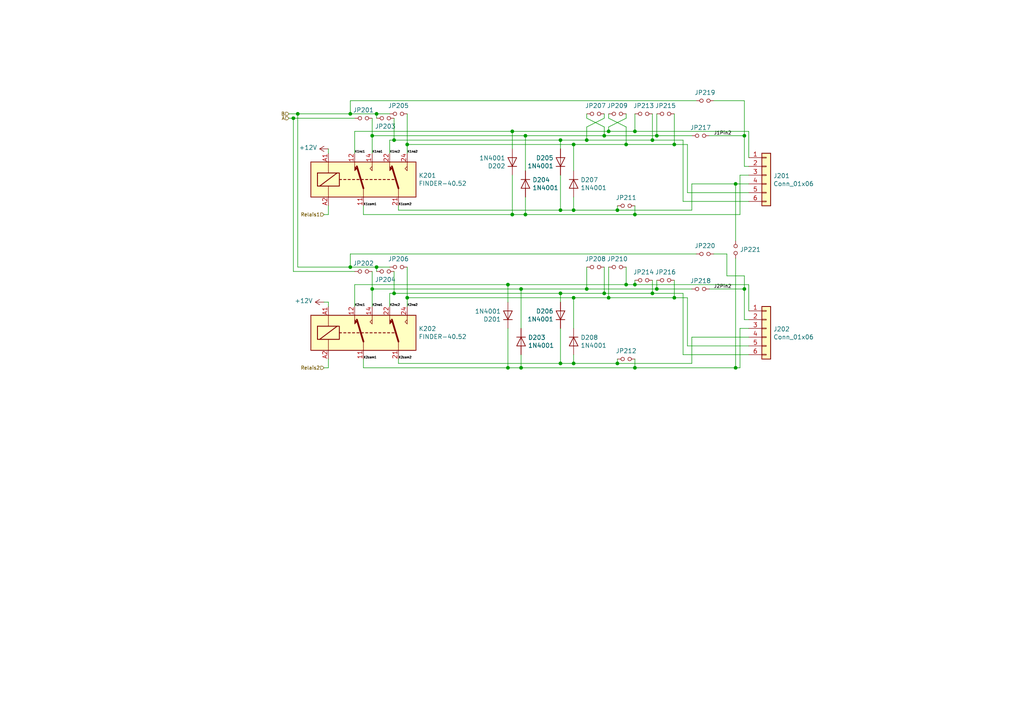
<source format=kicad_sch>
(kicad_sch (version 20211123) (generator eeschema)
  (paper "A4")
  (lib_symbols
    (symbol "Connector_Generic:Conn_01x06" (pin_names (offset 1.016) hide)
      (property "Reference" "J" (at 0 7.62 0))
      (property "Value" "Connector_Generic_Conn_01x06" (at 0 -10.16 0))
      (symbol "Conn_01x06_1_1"
        (rectangle (start -1.27 -7.493) (end 0 -7.747) (stroke (width 0.1524)))
        (rectangle (start -1.27 -4.953) (end 0 -5.207) (stroke (width 0.1524)))
        (rectangle (start -1.27 -2.413) (end 0 -2.667) (stroke (width 0.1524)))
        (rectangle (start -1.27 0.127) (end 0 -0.127) (stroke (width 0.1524)))
        (rectangle (start -1.27 2.667) (end 0 2.413) (stroke (width 0.1524)))
        (rectangle (start -1.27 5.207) (end 0 4.953) (stroke (width 0.1524)))
        (rectangle (start -1.27 6.35) (end 1.27 -8.89) (stroke (width 0.254)) (fill (type background)))
        (pin passive line (at -5.08 5.08 0) (length 3.81) (name "Pin_1") (number "1"))
        (pin passive line (at -5.08 2.54 0) (length 3.81) (name "Pin_2") (number "2"))
        (pin passive line (at -5.08 0 0) (length 3.81) (name "Pin_3") (number "3"))
        (pin passive line (at -5.08 -2.54 0) (length 3.81) (name "Pin_4") (number "4"))
        (pin passive line (at -5.08 -5.08 0) (length 3.81) (name "Pin_5") (number "5"))
        (pin passive line (at -5.08 -7.62 0) (length 3.81) (name "Pin_6") (number "6"))
      )
    )
    (symbol "Device:Jumper_NO_Small" (pin_numbers hide) (pin_names (offset 0.762) hide)
      (property "Reference" "JP" (at 0 2.032 0))
      (property "Value" "Device_Jumper_NO_Small" (at 0.254 -1.524 0))
      (symbol "Jumper_NO_Small_0_1"
        (circle (center -1.016 0) (radius 0.508))
        (circle (center 1.016 0) (radius 0.508))
        (pin passive line (at -2.54 0 0) (length 1.016) (name "1") (number "1"))
        (pin passive line (at 2.54 0 180) (length 1.016) (name "2") (number "2"))
      )
    )
    (symbol "Diode:1N4001" (pin_numbers hide) (pin_names (offset 1.016) hide)
      (property "Reference" "D" (at 0 2.54 0))
      (property "Value" "Diode_1N4001" (at 0 -2.54 0))
      (symbol "1N4001_0_1"
        (polyline (pts (xy -1.27 1.27) (xy -1.27 -1.27)) (stroke (width 0.2032)))
        (polyline (pts (xy 1.27 0) (xy -1.27 0)))
        (polyline (pts (xy 1.27 1.27) (xy 1.27 -1.27) (xy -1.27 0) (xy 1.27 1.27)) (stroke (width 0.2032)))
      )
      (symbol "1N4001_1_1"
        (pin passive line (at -3.81 0 0) (length 2.54) (name "K") (number "1"))
        (pin passive line (at 3.81 0 180) (length 2.54) (name "A") (number "2"))
      )
    )
    (symbol "Relay:FINDER-40.52"
      (property "Reference" "K" (at 16.51 3.81 0))
      (property "Value" "Relay_FINDER-40.52" (at 16.51 1.27 0))
      (symbol "FINDER-40.52_0_1"
        (rectangle (start -15.24 5.08) (end 15.24 -5.08) (stroke (width 0.254)) (fill (type background)))
        (rectangle (start -13.335 1.905) (end -6.985 -1.905) (stroke (width 0.254)))
        (polyline (pts (xy -12.7 -1.905) (xy -7.62 1.905)) (stroke (width 0.254)))
        (polyline (pts (xy -10.16 -5.08) (xy -10.16 -1.905)))
        (polyline (pts (xy -10.16 5.08) (xy -10.16 1.905)))
        (polyline (pts (xy -6.985 0) (xy -6.35 0)) (stroke (width 0.254)))
        (polyline (pts (xy -5.715 0) (xy -5.08 0)) (stroke (width 0.254)))
        (polyline (pts (xy -4.445 0) (xy -3.81 0)) (stroke (width 0.254)))
        (polyline (pts (xy -3.175 0) (xy -2.54 0)) (stroke (width 0.254)))
        (polyline (pts (xy -1.905 0) (xy -1.27 0)) (stroke (width 0.254)))
        (polyline (pts (xy -0.635 0) (xy 0 0)) (stroke (width 0.254)))
        (polyline (pts (xy 0 -2.54) (xy -1.905 3.81)) (stroke (width 0.508)))
        (polyline (pts (xy 0 -2.54) (xy 0 -5.08)))
        (polyline (pts (xy 0.635 0) (xy 1.27 0)) (stroke (width 0.254)))
        (polyline (pts (xy 1.905 0) (xy 2.54 0)) (stroke (width 0.254)))
        (polyline (pts (xy 3.175 0) (xy 3.81 0)) (stroke (width 0.254)))
        (polyline (pts (xy 4.445 0) (xy 5.08 0)) (stroke (width 0.254)))
        (polyline (pts (xy 5.715 0) (xy 6.35 0)) (stroke (width 0.254)))
        (polyline (pts (xy 6.985 0) (xy 7.62 0)) (stroke (width 0.254)))
        (polyline (pts (xy 8.255 0) (xy 8.89 0)) (stroke (width 0.254)))
        (polyline (pts (xy 10.16 -2.54) (xy 8.255 3.81)) (stroke (width 0.508)))
        (polyline (pts (xy 10.16 -2.54) (xy 10.16 -5.08)))
        (polyline (pts (xy -2.54 5.08) (xy -2.54 2.54) (xy -1.905 3.175) (xy -2.54 3.81)) (fill (type outline)))
        (polyline (pts (xy 2.54 5.08) (xy 2.54 2.54) (xy 1.905 3.175) (xy 2.54 3.81)))
        (polyline (pts (xy 7.62 5.08) (xy 7.62 2.54) (xy 8.255 3.175) (xy 7.62 3.81)) (fill (type outline)))
        (polyline (pts (xy 12.7 5.08) (xy 12.7 2.54) (xy 12.065 3.175) (xy 12.7 3.81)))
      )
      (symbol "FINDER-40.52_1_1"
        (pin passive line (at 0 -7.62 90) (length 2.54) (name "~") (number "11"))
        (pin passive line (at -2.54 7.62 270) (length 2.54) (name "~") (number "12"))
        (pin passive line (at 2.54 7.62 270) (length 2.54) (name "~") (number "14"))
        (pin passive line (at 10.16 -7.62 90) (length 2.54) (name "~") (number "21"))
        (pin passive line (at 7.62 7.62 270) (length 2.54) (name "~") (number "22"))
        (pin passive line (at 12.7 7.62 270) (length 2.54) (name "~") (number "24"))
        (pin passive line (at -10.16 7.62 270) (length 2.54) (name "~") (number "A1"))
        (pin passive line (at -10.16 -7.62 90) (length 2.54) (name "~") (number "A2"))
      )
    )
    (symbol "power:+12V" (power) (pin_names (offset 0))
      (property "Value" "power_+12V" (at 0 3.556 0))
      (symbol "+12V_0_1"
        (polyline (pts (xy -0.762 1.27) (xy 0 2.54)))
        (polyline (pts (xy 0 0) (xy 0 2.54)))
        (polyline (pts (xy 0 2.54) (xy 0.762 1.27)))
      )
      (symbol "+12V_1_1"
        (pin power_in line (at 0 0 90) (length 0) hide (name "+12V") (number "1"))
      )
    )
  )
  (junction (at 184.15 62.23))
  (junction (at 107.95 83.82))
  (junction (at 166.37 60.96))
  (junction (at 152.4 39.37))
  (junction (at 162.56 85.09))
  (junction (at 166.37 105.41))
  (junction (at 190.5 83.82))
  (junction (at 162.56 105.41))
  (junction (at 213.36 106.68))
  (junction (at 176.53 86.36))
  (junction (at 179.07 105.41))
  (junction (at 118.11 41.91))
  (junction (at 101.6 33.02))
  (junction (at 86.36 33.02))
  (junction (at 148.59 62.23))
  (junction (at 109.22 77.47))
  (junction (at 215.9 39.37))
  (junction (at 147.32 82.55))
  (junction (at 184.15 82.55))
  (junction (at 184.15 106.68))
  (junction (at 148.59 38.1))
  (junction (at 195.58 41.91))
  (junction (at 189.23 85.09))
  (junction (at 162.56 60.96))
  (junction (at 101.6 77.47))
  (junction (at 195.58 86.36))
  (junction (at 152.4 62.23))
  (junction (at 175.26 39.37))
  (junction (at 170.18 40.64))
  (junction (at 114.3 40.64))
  (junction (at 176.53 38.1))
  (junction (at 166.37 41.91))
  (junction (at 190.5 39.37))
  (junction (at 85.09 34.29))
  (junction (at 184.15 38.1))
  (junction (at 215.9 83.82))
  (junction (at 118.11 86.36))
  (junction (at 170.18 83.82))
  (junction (at 175.26 85.09))
  (junction (at 189.23 40.64))
  (junction (at 166.37 86.36))
  (junction (at 213.36 53.34))
  (junction (at 162.56 40.64))
  (junction (at 181.61 82.55))
  (junction (at 179.07 60.96))
  (junction (at 151.13 106.68))
  (junction (at 107.95 39.37))
  (junction (at 114.3 85.09))
  (junction (at 181.61 41.91))
  (junction (at 109.22 33.02))
  (junction (at 147.32 106.68))
  (junction (at 151.13 83.82))
  (wire (pts (xy 205.74 83.82) (xy 215.9 83.82)))
  (wire (pts (xy 95.25 44.45) (xy 95.25 43.18)))
  (wire (pts (xy 217.17 90.17) (xy 217.17 82.55)))
  (wire (pts (xy 176.53 38.1) (xy 176.53 36.83)))
  (wire (pts (xy 113.03 40.64) (xy 114.3 40.64)))
  (wire (pts (xy 162.56 87.63) (xy 162.56 85.09)))
  (wire (pts (xy 170.18 40.64) (xy 170.18 36.83)))
  (wire (pts (xy 114.3 40.64) (xy 162.56 40.64)))
  (wire (pts (xy 152.4 57.15) (xy 152.4 62.23)))
  (wire (pts (xy 217.17 97.79) (xy 200.66 97.79)))
  (wire (pts (xy 107.95 83.82) (xy 151.13 83.82)))
  (wire (pts (xy 85.09 78.74) (xy 102.87 78.74)))
  (wire (pts (xy 109.22 34.29) (xy 109.22 33.02)))
  (wire (pts (xy 151.13 106.68) (xy 184.15 106.68)))
  (wire (pts (xy 148.59 62.23) (xy 152.4 62.23)))
  (wire (pts (xy 195.58 41.91) (xy 199.39 41.91)))
  (wire (pts (xy 152.4 49.53) (xy 152.4 39.37)))
  (wire (pts (xy 217.17 92.71) (xy 215.9 92.71)))
  (wire (pts (xy 181.61 41.91) (xy 195.58 41.91)))
  (wire (pts (xy 152.4 39.37) (xy 175.26 39.37)))
  (wire (pts (xy 162.56 40.64) (xy 170.18 40.64)))
  (wire (pts (xy 181.61 82.55) (xy 184.15 82.55)))
  (wire (pts (xy 179.07 105.41) (xy 200.66 105.41)))
  (wire (pts (xy 105.41 62.23) (xy 148.59 62.23)))
  (wire (pts (xy 198.12 102.87) (xy 217.17 102.87)))
  (wire (pts (xy 200.66 53.34) (xy 213.36 53.34)))
  (wire (pts (xy 118.11 86.36) (xy 118.11 77.47)))
  (wire (pts (xy 170.18 36.83) (xy 175.26 34.29)))
  (wire (pts (xy 114.3 78.74) (xy 114.3 85.09)))
  (wire (pts (xy 181.61 36.83) (xy 176.53 34.29)))
  (wire (pts (xy 162.56 85.09) (xy 175.26 85.09)))
  (wire (pts (xy 83.82 34.29) (xy 85.09 34.29)))
  (wire (pts (xy 162.56 50.8) (xy 162.56 60.96)))
  (wire (pts (xy 166.37 41.91) (xy 181.61 41.91)))
  (wire (pts (xy 109.22 33.02) (xy 113.03 33.02)))
  (wire (pts (xy 107.95 83.82) (xy 107.95 78.74)))
  (wire (pts (xy 184.15 106.68) (xy 213.36 106.68)))
  (wire (pts (xy 176.53 77.47) (xy 176.53 86.36)))
  (wire (pts (xy 184.15 81.28) (xy 184.15 82.55)))
  (wire (pts (xy 166.37 95.25) (xy 166.37 86.36)))
  (wire (pts (xy 195.58 86.36) (xy 199.39 86.36)))
  (wire (pts (xy 200.66 53.34) (xy 200.66 60.96)))
  (wire (pts (xy 162.56 105.41) (xy 166.37 105.41)))
  (wire (pts (xy 115.57 104.14) (xy 115.57 105.41)))
  (wire (pts (xy 115.57 105.41) (xy 162.56 105.41)))
  (wire (pts (xy 213.36 53.34) (xy 217.17 53.34)))
  (wire (pts (xy 162.56 43.18) (xy 162.56 40.64)))
  (wire (pts (xy 213.36 74.93) (xy 213.36 106.68)))
  (wire (pts (xy 184.15 62.23) (xy 214.63 62.23)))
  (wire (pts (xy 102.87 88.9) (xy 102.87 82.55)))
  (wire (pts (xy 151.13 102.87) (xy 151.13 106.68)))
  (wire (pts (xy 101.6 77.47) (xy 109.22 77.47)))
  (wire (pts (xy 199.39 55.88) (xy 199.39 41.91)))
  (wire (pts (xy 181.61 36.83) (xy 181.61 41.91)))
  (wire (pts (xy 85.09 78.74) (xy 85.09 34.29)))
  (wire (pts (xy 95.25 88.9) (xy 95.25 87.63)))
  (wire (pts (xy 217.17 100.33) (xy 199.39 100.33)))
  (wire (pts (xy 102.87 44.45) (xy 102.87 38.1)))
  (wire (pts (xy 189.23 40.64) (xy 198.12 40.64)))
  (wire (pts (xy 199.39 55.88) (xy 217.17 55.88)))
  (wire (pts (xy 85.09 34.29) (xy 102.87 34.29)))
  (wire (pts (xy 200.66 97.79) (xy 200.66 105.41)))
  (wire (pts (xy 198.12 58.42) (xy 198.12 40.64)))
  (wire (pts (xy 175.26 33.02) (xy 175.26 34.29)))
  (wire (pts (xy 215.9 80.01) (xy 210.82 80.01)))
  (wire (pts (xy 166.37 60.96) (xy 179.07 60.96)))
  (wire (pts (xy 115.57 60.96) (xy 162.56 60.96)))
  (wire (pts (xy 189.23 33.02) (xy 189.23 40.64)))
  (wire (pts (xy 118.11 33.02) (xy 118.11 41.91)))
  (wire (pts (xy 166.37 49.53) (xy 166.37 41.91)))
  (wire (pts (xy 213.36 106.68) (xy 214.63 106.68)))
  (wire (pts (xy 113.03 44.45) (xy 113.03 40.64)))
  (wire (pts (xy 176.53 38.1) (xy 184.15 38.1)))
  (wire (pts (xy 107.95 34.29) (xy 107.95 39.37)))
  (wire (pts (xy 176.53 86.36) (xy 195.58 86.36)))
  (wire (pts (xy 199.39 100.33) (xy 199.39 86.36)))
  (wire (pts (xy 95.25 62.23) (xy 93.98 62.23)))
  (wire (pts (xy 101.6 73.66) (xy 101.6 77.47)))
  (wire (pts (xy 107.95 44.45) (xy 107.95 39.37)))
  (wire (pts (xy 109.22 78.74) (xy 109.22 77.47)))
  (wire (pts (xy 215.9 83.82) (xy 215.9 80.01)))
  (wire (pts (xy 213.36 53.34) (xy 213.36 69.85)))
  (wire (pts (xy 201.93 29.21) (xy 101.6 29.21)))
  (wire (pts (xy 181.61 77.47) (xy 181.61 82.55)))
  (wire (pts (xy 198.12 85.09) (xy 198.12 102.87)))
  (wire (pts (xy 101.6 29.21) (xy 101.6 33.02)))
  (wire (pts (xy 181.61 34.29) (xy 181.61 33.02)))
  (wire (pts (xy 147.32 95.25) (xy 147.32 106.68)))
  (wire (pts (xy 189.23 85.09) (xy 198.12 85.09)))
  (wire (pts (xy 189.23 81.28) (xy 189.23 85.09)))
  (wire (pts (xy 107.95 88.9) (xy 107.95 83.82)))
  (wire (pts (xy 217.17 45.72) (xy 217.17 38.1)))
  (wire (pts (xy 101.6 33.02) (xy 109.22 33.02)))
  (wire (pts (xy 170.18 40.64) (xy 189.23 40.64)))
  (wire (pts (xy 214.63 50.8) (xy 214.63 62.23)))
  (wire (pts (xy 95.25 106.68) (xy 93.98 106.68)))
  (wire (pts (xy 184.15 59.69) (xy 184.15 62.23)))
  (wire (pts (xy 147.32 82.55) (xy 181.61 82.55)))
  (wire (pts (xy 179.07 104.14) (xy 179.07 105.41)))
  (wire (pts (xy 190.5 83.82) (xy 200.66 83.82)))
  (wire (pts (xy 102.87 82.55) (xy 147.32 82.55)))
  (wire (pts (xy 95.25 87.63) (xy 93.98 87.63)))
  (wire (pts (xy 147.32 106.68) (xy 151.13 106.68)))
  (wire (pts (xy 198.12 58.42) (xy 217.17 58.42)))
  (wire (pts (xy 184.15 38.1) (xy 217.17 38.1)))
  (wire (pts (xy 215.9 39.37) (xy 215.9 29.21)))
  (wire (pts (xy 184.15 104.14) (xy 184.15 106.68)))
  (wire (pts (xy 107.95 39.37) (xy 152.4 39.37)))
  (wire (pts (xy 148.59 50.8) (xy 148.59 62.23)))
  (wire (pts (xy 102.87 38.1) (xy 148.59 38.1)))
  (wire (pts (xy 175.26 36.83) (xy 170.18 34.29)))
  (wire (pts (xy 179.07 60.96) (xy 200.66 60.96)))
  (wire (pts (xy 113.03 88.9) (xy 113.03 85.09)))
  (wire (pts (xy 95.25 59.69) (xy 95.25 62.23)))
  (wire (pts (xy 162.56 95.25) (xy 162.56 105.41)))
  (wire (pts (xy 215.9 92.71) (xy 215.9 83.82)))
  (wire (pts (xy 113.03 85.09) (xy 114.3 85.09)))
  (wire (pts (xy 166.37 105.41) (xy 179.07 105.41)))
  (wire (pts (xy 105.41 104.14) (xy 105.41 106.68)))
  (wire (pts (xy 95.25 104.14) (xy 95.25 106.68)))
  (wire (pts (xy 184.15 33.02) (xy 184.15 38.1)))
  (wire (pts (xy 105.41 59.69) (xy 105.41 62.23)))
  (wire (pts (xy 184.15 82.55) (xy 217.17 82.55)))
  (wire (pts (xy 114.3 40.64) (xy 114.3 34.29)))
  (wire (pts (xy 195.58 33.02) (xy 195.58 41.91)))
  (wire (pts (xy 86.36 77.47) (xy 101.6 77.47)))
  (wire (pts (xy 215.9 48.26) (xy 215.9 39.37)))
  (wire (pts (xy 151.13 83.82) (xy 170.18 83.82)))
  (wire (pts (xy 201.93 73.66) (xy 101.6 73.66)))
  (wire (pts (xy 166.37 102.87) (xy 166.37 105.41)))
  (wire (pts (xy 109.22 77.47) (xy 113.03 77.47)))
  (wire (pts (xy 118.11 86.36) (xy 166.37 86.36)))
  (wire (pts (xy 83.82 33.02) (xy 86.36 33.02)))
  (wire (pts (xy 175.26 77.47) (xy 175.26 85.09)))
  (wire (pts (xy 105.41 106.68) (xy 147.32 106.68)))
  (wire (pts (xy 215.9 29.21) (xy 207.01 29.21)))
  (wire (pts (xy 151.13 95.25) (xy 151.13 83.82)))
  (wire (pts (xy 214.63 50.8) (xy 217.17 50.8)))
  (wire (pts (xy 214.63 95.25) (xy 214.63 106.68)))
  (wire (pts (xy 210.82 73.66) (xy 207.01 73.66)))
  (wire (pts (xy 147.32 87.63) (xy 147.32 82.55)))
  (wire (pts (xy 175.26 39.37) (xy 190.5 39.37)))
  (wire (pts (xy 217.17 48.26) (xy 215.9 48.26)))
  (wire (pts (xy 176.53 34.29) (xy 176.53 33.02)))
  (wire (pts (xy 170.18 33.02) (xy 170.18 34.29)))
  (wire (pts (xy 205.74 39.37) (xy 215.9 39.37)))
  (wire (pts (xy 176.53 36.83) (xy 181.61 34.29)))
  (wire (pts (xy 114.3 85.09) (xy 162.56 85.09)))
  (wire (pts (xy 179.07 59.69) (xy 179.07 60.96)))
  (wire (pts (xy 217.17 95.25) (xy 214.63 95.25)))
  (wire (pts (xy 190.5 33.02) (xy 190.5 39.37)))
  (wire (pts (xy 152.4 62.23) (xy 184.15 62.23)))
  (wire (pts (xy 148.59 43.18) (xy 148.59 38.1)))
  (wire (pts (xy 86.36 33.02) (xy 101.6 33.02)))
  (wire (pts (xy 115.57 59.69) (xy 115.57 60.96)))
  (wire (pts (xy 148.59 38.1) (xy 176.53 38.1)))
  (wire (pts (xy 118.11 88.9) (xy 118.11 86.36)))
  (wire (pts (xy 170.18 83.82) (xy 190.5 83.82)))
  (wire (pts (xy 118.11 44.45) (xy 118.11 41.91)))
  (wire (pts (xy 175.26 39.37) (xy 175.26 36.83)))
  (wire (pts (xy 162.56 60.96) (xy 166.37 60.96)))
  (wire (pts (xy 190.5 81.28) (xy 190.5 83.82)))
  (wire (pts (xy 118.11 41.91) (xy 166.37 41.91)))
  (wire (pts (xy 86.36 33.02) (xy 86.36 77.47)))
  (wire (pts (xy 166.37 57.15) (xy 166.37 60.96)))
  (wire (pts (xy 170.18 77.47) (xy 170.18 83.82)))
  (wire (pts (xy 190.5 39.37) (xy 200.66 39.37)))
  (wire (pts (xy 176.53 86.36) (xy 166.37 86.36)))
  (wire (pts (xy 175.26 85.09) (xy 189.23 85.09)))
  (wire (pts (xy 210.82 80.01) (xy 210.82 73.66)))
  (wire (pts (xy 195.58 81.28) (xy 195.58 86.36)))
  (label "K2nc1" (at 102.87 88.9 0) (effects (font (size 0.6096 0.6096))))
  (label "K2no2" (at 118.11 88.9 0) (effects (font (size 0.6096 0.6096))))
  (label "K1no2" (at 118.11 44.45 0) (effects (font (size 0.6096 0.6096))))
  (label "J1Pin2" (at 207.01 39.37 0) (effects (font (size 0.9906 0.9906))))
  (label "K1com1" (at 105.41 59.69 0) (effects (font (size 0.6096 0.6096))))
  (label "K2no1" (at 107.95 88.9 0) (effects (font (size 0.6096 0.6096))))
  (label "K2com2" (at 115.57 104.14 0) (effects (font (size 0.6096 0.6096))))
  (label "K1nc1" (at 102.87 44.45 0) (effects (font (size 0.6096 0.6096))))
  (label "K1no1" (at 107.95 44.45 0) (effects (font (size 0.6096 0.6096))))
  (label "K1nc2" (at 113.03 44.45 0) (effects (font (size 0.6096 0.6096))))
  (label "J2Pin2" (at 207.01 83.82 0) (effects (font (size 0.9906 0.9906))))
  (label "K1com2" (at 115.57 59.69 0) (effects (font (size 0.6096 0.6096))))
  (label "K2nc2" (at 113.03 88.9 0) (effects (font (size 0.6096 0.6096))))
  (label "K2com1" (at 105.41 104.14 0) (effects (font (size 0.6096 0.6096))))
  (hierarchical_label "A" (shape input) (at 83.82 34.29 180) (effects (font (size 0.9906 0.9906))))
  (hierarchical_label "Relais2" (shape input) (at 93.98 106.68 180) (effects (font (size 0.9906 0.9906))))
  (hierarchical_label "Relais1" (shape input) (at 93.98 62.23 180) (effects (font (size 0.9906 0.9906))))
  (hierarchical_label "B" (shape input) (at 83.82 33.02 180) (effects (font (size 0.9906 0.9906))))
  (symbol (lib_id "Connector_Generic:Conn_01x06") (at 222.25 50.8 0)
    (property "Reference" "J201" (at 224.282 51.0032 0) (effects (justify left)))
    (property "Value" "Conn_01x06" (at 224.282 53.3146 0) (effects (justify left)))
    (property "Footprint" "Connector_Phoenix_MC_HighVoltage:PhoenixContact_MCV_1,5_6-G-5.08_1x06_P5.08mm_Vertical" (effects hide))
  )
  (symbol (lib_id "Relay:FINDER-40.52") (at 105.41 52.07 0)
    (property "Reference" "K201" (at 121.412 50.9016 0) (effects (justify left)))
    (property "Value" "FINDER-40.52" (at 121.412 53.213 0) (effects (justify left)))
    (property "Footprint" "Relay_THT:Relay_DPDT_Finder_40.52" (effects hide))
    (property "Datasheet" "http://gfinder.findernet.com/assets/Series/353/S40EN.pdf" (effects hide))
  )
  (symbol (lib_id "Diode:1N4001") (at 166.37 53.34 270)
    (property "Reference" "D207" (at 168.3766 52.1716 90) (effects (justify left)))
    (property "Value" "1N4001" (at 168.3766 54.483 90) (effects (justify left)))
    (property "Footprint" "Diode_THT:D_DO-41_SOD81_P10.16mm_Horizontal" (effects hide))
    (property "Datasheet" "http://www.vishay.com/docs/88503/1n4001.pdf" (effects hide))
  )
  (symbol (lib_id "Diode:1N4001") (at 162.56 46.99 270) (mirror x)
    (property "Reference" "D205" (at 160.5534 45.8216 90) (effects (justify right)))
    (property "Value" "1N4001" (at 160.5534 48.133 90) (effects (justify right)))
    (property "Footprint" "Diode_THT:D_DO-41_SOD81_P10.16mm_Horizontal" (effects hide))
    (property "Datasheet" "http://www.vishay.com/docs/88503/1n4001.pdf" (effects hide))
  )
  (symbol (lib_id "Device:Jumper_NO_Small") (at 181.61 59.69 0)
    (property "Reference" "JP211" (at 181.61 57.3278 0))
    (property "Value" "Jumper_NO_Small" (effects hide))
    (property "Footprint" "TestPoint:TestPoint_2Pads_Pitch5.08mm_Drill1.3mm" (effects hide))
  )
  (symbol (lib_id "Device:Jumper_NO_Small") (at 186.69 33.02 0)
    (property "Reference" "JP213" (at 186.69 30.6578 0))
    (property "Value" "Jumper_NO_Small" (effects hide))
    (property "Footprint" "TestPoint:TestPoint_2Pads_Pitch5.08mm_Drill1.3mm" (effects hide))
  )
  (symbol (lib_id "Device:Jumper_NO_Small") (at 193.04 33.02 0)
    (property "Reference" "JP215" (at 193.04 30.6578 0))
    (property "Value" "Jumper_NO_Small" (effects hide))
    (property "Footprint" "TestPoint:TestPoint_2Pads_Pitch5.08mm_Drill1.3mm" (effects hide))
  )
  (symbol (lib_id "Diode:1N4001") (at 152.4 53.34 270)
    (property "Reference" "D204" (at 154.4066 52.1716 90) (effects (justify left)))
    (property "Value" "1N4001" (at 154.4066 54.483 90) (effects (justify left)))
    (property "Footprint" "Diode_THT:D_DO-41_SOD81_P10.16mm_Horizontal" (effects hide))
    (property "Datasheet" "http://www.vishay.com/docs/88503/1n4001.pdf" (effects hide))
  )
  (symbol (lib_id "Diode:1N4001") (at 148.59 46.99 90)
    (property "Reference" "D202" (at 146.5834 48.1584 90) (effects (justify left)))
    (property "Value" "1N4001" (at 146.5834 45.847 90) (effects (justify left)))
    (property "Footprint" "Diode_THT:D_DO-41_SOD81_P10.16mm_Horizontal" (effects hide))
    (property "Datasheet" "http://www.vishay.com/docs/88503/1n4001.pdf" (effects hide))
  )
  (symbol (lib_id "Device:Jumper_NO_Small") (at 203.2 39.37 0)
    (property "Reference" "JP217" (at 203.2 37.0078 0))
    (property "Value" "Jumper_NO_Small" (effects hide))
    (property "Footprint" "TestPoint:TestPoint_2Pads_Pitch5.08mm_Drill1.3mm" (effects hide))
  )
  (symbol (lib_id "Device:Jumper_NO_Small") (at 105.41 34.29 0)
    (property "Reference" "JP201" (at 105.41 31.9278 0))
    (property "Value" "Jumper_NO_Small" (effects hide))
    (property "Footprint" "TestPoint:TestPoint_2Pads_Pitch5.08mm_Drill1.3mm" (effects hide))
  )
  (symbol (lib_id "Device:Jumper_NO_Small") (at 115.57 33.02 0)
    (property "Reference" "JP205" (at 115.57 30.6578 0))
    (property "Value" "Jumper_NO_Small" (effects hide))
    (property "Footprint" "TestPoint:TestPoint_2Pads_Pitch5.08mm_Drill1.3mm" (effects hide))
  )
  (symbol (lib_id "Device:Jumper_NO_Small") (at 172.72 33.02 0) (mirror y)
    (property "Reference" "JP207" (at 172.72 30.6578 0))
    (property "Value" "Jumper_NO_Small" (effects hide))
    (property "Footprint" "TestPoint:TestPoint_2Pads_Pitch5.08mm_Drill1.3mm" (effects hide))
  )
  (symbol (lib_id "Device:Jumper_NO_Small") (at 179.07 33.02 0) (mirror y)
    (property "Reference" "JP209" (at 179.07 30.6578 0))
    (property "Value" "Jumper_NO_Small" (effects hide))
    (property "Footprint" "TestPoint:TestPoint_2Pads_Pitch5.08mm_Drill1.3mm" (effects hide))
  )
  (symbol (lib_id "Connector_Generic:Conn_01x06") (at 222.25 95.25 0)
    (property "Reference" "J202" (at 224.282 95.4532 0) (effects (justify left)))
    (property "Value" "Conn_01x06" (at 224.282 97.7646 0) (effects (justify left)))
    (property "Footprint" "Connector_Phoenix_MC_HighVoltage:PhoenixContact_MCV_1,5_6-G-5.08_1x06_P5.08mm_Vertical" (effects hide))
  )
  (symbol (lib_id "Diode:1N4001") (at 166.37 99.06 270)
    (property "Reference" "D208" (at 168.3766 97.8916 90) (effects (justify left)))
    (property "Value" "1N4001" (at 168.3766 100.203 90) (effects (justify left)))
    (property "Footprint" "Diode_THT:D_DO-41_SOD81_P10.16mm_Horizontal" (effects hide))
    (property "Datasheet" "http://www.vishay.com/docs/88503/1n4001.pdf" (effects hide))
  )
  (symbol (lib_id "Diode:1N4001") (at 162.56 91.44 270) (mirror x)
    (property "Reference" "D206" (at 160.5534 90.2716 90) (effects (justify right)))
    (property "Value" "1N4001" (at 160.5534 92.583 90) (effects (justify right)))
    (property "Footprint" "Diode_THT:D_DO-41_SOD81_P10.16mm_Horizontal" (effects hide))
    (property "Datasheet" "http://www.vishay.com/docs/88503/1n4001.pdf" (effects hide))
  )
  (symbol (lib_id "Device:Jumper_NO_Small") (at 181.61 104.14 0)
    (property "Reference" "JP212" (at 181.61 101.7778 0))
    (property "Value" "Jumper_NO_Small" (effects hide))
    (property "Footprint" "TestPoint:TestPoint_2Pads_Pitch5.08mm_Drill1.3mm" (effects hide))
  )
  (symbol (lib_id "Device:Jumper_NO_Small") (at 186.69 81.28 0)
    (property "Reference" "JP214" (at 186.69 78.9178 0))
    (property "Value" "Jumper_NO_Small" (effects hide))
    (property "Footprint" "TestPoint:TestPoint_2Pads_Pitch5.08mm_Drill1.3mm" (effects hide))
  )
  (symbol (lib_id "Device:Jumper_NO_Small") (at 193.04 81.28 0)
    (property "Reference" "JP216" (at 193.04 78.9178 0))
    (property "Value" "Jumper_NO_Small" (effects hide))
    (property "Footprint" "TestPoint:TestPoint_2Pads_Pitch5.08mm_Drill1.3mm" (effects hide))
  )
  (symbol (lib_id "Diode:1N4001") (at 151.13 99.06 270)
    (property "Reference" "D203" (at 153.1366 97.8916 90) (effects (justify left)))
    (property "Value" "1N4001" (at 153.1366 100.203 90) (effects (justify left)))
    (property "Footprint" "Diode_THT:D_DO-41_SOD81_P10.16mm_Horizontal" (effects hide))
    (property "Datasheet" "http://www.vishay.com/docs/88503/1n4001.pdf" (effects hide))
  )
  (symbol (lib_id "Diode:1N4001") (at 147.32 91.44 90)
    (property "Reference" "D201" (at 145.3134 92.6084 90) (effects (justify left)))
    (property "Value" "1N4001" (at 145.3134 90.297 90) (effects (justify left)))
    (property "Footprint" "Diode_THT:D_DO-41_SOD81_P10.16mm_Horizontal" (effects hide))
    (property "Datasheet" "http://www.vishay.com/docs/88503/1n4001.pdf" (effects hide))
  )
  (symbol (lib_id "Relay:FINDER-40.52") (at 105.41 96.52 0)
    (property "Reference" "K202" (at 121.412 95.3516 0) (effects (justify left)))
    (property "Value" "FINDER-40.52" (at 121.412 97.663 0) (effects (justify left)))
    (property "Footprint" "Relay_THT:Relay_DPDT_Finder_40.52" (effects hide))
    (property "Datasheet" "http://gfinder.findernet.com/assets/Series/353/S40EN.pdf" (effects hide))
  )
  (symbol (lib_id "Device:Jumper_NO_Small") (at 203.2 83.82 0)
    (property "Reference" "JP218" (at 203.2 81.4578 0))
    (property "Value" "Jumper_NO_Small" (effects hide))
    (property "Footprint" "TestPoint:TestPoint_2Pads_Pitch5.08mm_Drill1.3mm" (effects hide))
  )
  (symbol (lib_id "Device:Jumper_NO_Small") (at 105.41 78.74 0)
    (property "Reference" "JP202" (at 105.41 76.3778 0))
    (property "Value" "Jumper_NO_Small" (effects hide))
    (property "Footprint" "TestPoint:TestPoint_2Pads_Pitch5.08mm_Drill1.3mm" (effects hide))
  )
  (symbol (lib_id "Device:Jumper_NO_Small") (at 115.57 77.47 0)
    (property "Reference" "JP206" (at 115.57 75.1078 0))
    (property "Value" "Jumper_NO_Small" (effects hide))
    (property "Footprint" "TestPoint:TestPoint_2Pads_Pitch5.08mm_Drill1.3mm" (effects hide))
  )
  (symbol (lib_id "Device:Jumper_NO_Small") (at 172.72 77.47 0)
    (property "Reference" "JP208" (at 172.72 75.1078 0))
    (property "Value" "Jumper_NO_Small" (effects hide))
    (property "Footprint" "TestPoint:TestPoint_2Pads_Pitch5.08mm_Drill1.3mm" (effects hide))
  )
  (symbol (lib_id "Device:Jumper_NO_Small") (at 179.07 77.47 0)
    (property "Reference" "JP210" (at 179.07 75.1078 0))
    (property "Value" "Jumper_NO_Small" (effects hide))
    (property "Footprint" "TestPoint:TestPoint_2Pads_Pitch5.08mm_Drill1.3mm" (effects hide))
  )
  (symbol (lib_id "Device:Jumper_NO_Small") (at 213.36 72.39 90)
    (property "Reference" "JP221" (at 214.5792 72.39 90) (effects (justify right)))
    (property "Value" "Jumper_NO_Small" (effects hide))
    (property "Footprint" "TestPoint:TestPoint_2Pads_Pitch5.08mm_Drill1.3mm" (effects hide))
  )
  (symbol (lib_id "Device:Jumper_NO_Small") (at 111.76 34.29 0)
    (property "Reference" "JP203" (at 111.76 36.6522 0))
    (property "Value" "Jumper_NO_Small" (effects hide))
    (property "Footprint" "TestPoint:TestPoint_2Pads_Pitch5.08mm_Drill1.3mm" (effects hide))
  )
  (symbol (lib_id "Device:Jumper_NO_Small") (at 111.76 78.74 0)
    (property "Reference" "JP204" (at 111.76 81.1022 0))
    (property "Value" "Jumper_NO_Small" (effects hide))
    (property "Footprint" "TestPoint:TestPoint_2Pads_Pitch5.08mm_Drill1.3mm" (effects hide))
  )
  (symbol (lib_id "power:+12V") (at 95.25 43.18 90)
    (property "Reference" "#PWR0902" (effects hide))
    (property "Value" "+12V" (at 91.9988 42.799 90) (effects (justify left)))
  )
  (symbol (lib_id "power:+12V") (at 93.98 87.63 90)
    (property "Reference" "#PWR0901" (effects hide))
    (property "Value" "+12V" (at 90.7288 87.249 90) (effects (justify left)))
  )
  (symbol (lib_id "Device:Jumper_NO_Small") (at 204.47 29.21 0)
    (property "Reference" "JP219" (at 204.47 26.8478 0))
    (property "Value" "Jumper_NO_Small" (effects hide))
    (property "Footprint" "TestPoint:TestPoint_2Pads_Pitch5.08mm_Drill1.3mm" (effects hide))
  )
  (symbol (lib_id "Device:Jumper_NO_Small") (at 204.47 73.66 0)
    (property "Reference" "JP220" (at 204.47 71.2978 0))
    (property "Value" "Jumper_NO_Small" (effects hide))
    (property "Footprint" "TestPoint:TestPoint_2Pads_Pitch5.08mm_Drill1.3mm" (effects hide))
  )
)
</source>
